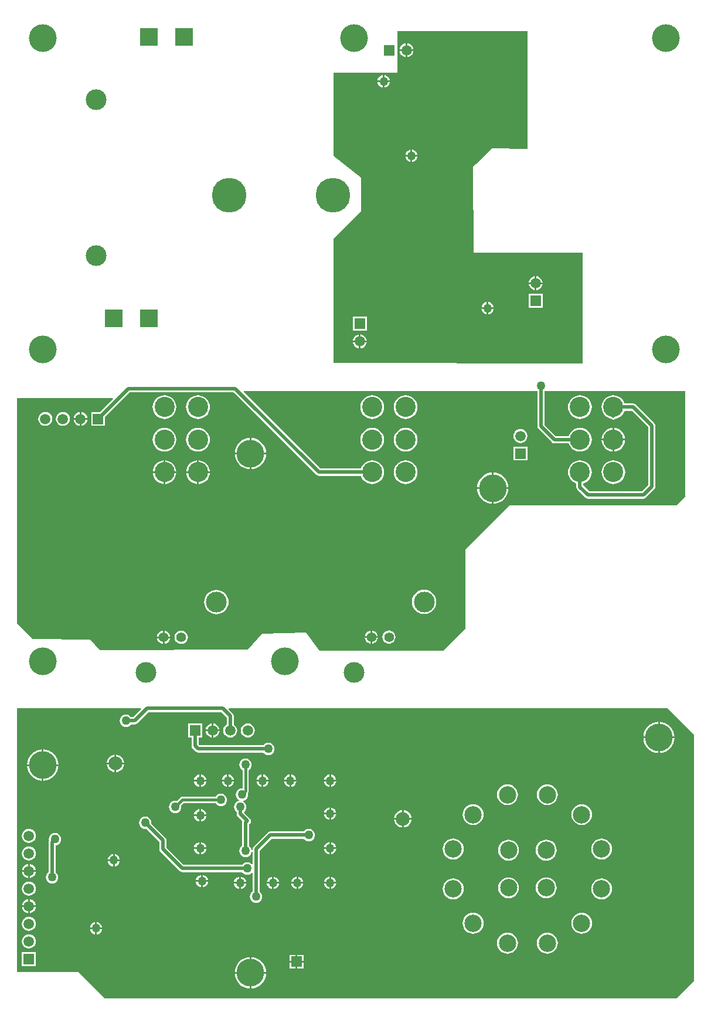
<source format=gbl>
G04*
G04 #@! TF.GenerationSoftware,Altium Limited,CircuitStudio,1.5.2 (30)*
G04*
G04 Layer_Physical_Order=2*
G04 Layer_Color=12500520*
%FSLAX25Y25*%
%MOIN*%
G70*
G01*
G75*
%ADD26C,0.02000*%
%ADD29C,0.01000*%
%ADD30C,0.01500*%
%ADD39R,0.05906X0.05906*%
%ADD40C,0.05906*%
%ADD41R,0.05906X0.05906*%
%ADD42C,0.11417*%
%ADD43C,0.11811*%
%ADD44C,0.05512*%
%ADD45C,0.15748*%
%ADD46R,0.09843X0.09843*%
%ADD47R,0.09843X0.09843*%
%ADD48C,0.19685*%
%ADD49C,0.09843*%
%ADD50C,0.07874*%
%ADD51C,0.05000*%
G36*
X384992Y290457D02*
X379969Y285433D01*
X284968D01*
X259992Y260457D01*
Y215457D01*
X247236Y202819D01*
X177157D01*
X169406Y212992D01*
X144488Y212598D01*
X136213Y203606D01*
X51968Y203150D01*
X46850Y209055D01*
X14119Y209330D01*
X4992Y218457D01*
Y346457D01*
X59455D01*
X59646Y345995D01*
X52250Y338598D01*
X47228D01*
Y330693D01*
X55134D01*
Y335715D01*
X69349Y349929D01*
X128187D01*
X175227Y302889D01*
X175889Y302447D01*
X176669Y302291D01*
X200636D01*
X200800Y301751D01*
X201423Y300586D01*
X202261Y299564D01*
X203282Y298726D01*
X204448Y298103D01*
X205712Y297719D01*
X207028Y297590D01*
X208343Y297719D01*
X209607Y298103D01*
X210773Y298726D01*
X211794Y299564D01*
X212633Y300586D01*
X213256Y301751D01*
X213639Y303016D01*
X213769Y304331D01*
X213639Y305646D01*
X213256Y306910D01*
X212633Y308076D01*
X211794Y309097D01*
X210773Y309936D01*
X209607Y310559D01*
X208343Y310942D01*
X207028Y311072D01*
X205712Y310942D01*
X204448Y310559D01*
X203282Y309936D01*
X202261Y309097D01*
X201423Y308076D01*
X200800Y306910D01*
X200636Y306370D01*
X177514D01*
X133889Y349995D01*
X134080Y350457D01*
X300961D01*
Y330465D01*
X301116Y329684D01*
X301558Y329023D01*
X309188Y321393D01*
X309850Y320951D01*
X310630Y320795D01*
X310630Y320795D01*
X318746D01*
X318910Y320255D01*
X319533Y319090D01*
X320371Y318068D01*
X321393Y317230D01*
X322558Y316607D01*
X323823Y316223D01*
X325138Y316093D01*
X326453Y316223D01*
X327717Y316607D01*
X328883Y317230D01*
X329905Y318068D01*
X330743Y319090D01*
X331366Y320255D01*
X331749Y321519D01*
X331879Y322835D01*
X331749Y324150D01*
X331366Y325414D01*
X330743Y326580D01*
X329905Y327601D01*
X328883Y328440D01*
X327717Y329063D01*
X326453Y329446D01*
X325138Y329576D01*
X323823Y329446D01*
X322558Y329063D01*
X321393Y328440D01*
X320371Y327601D01*
X319533Y326580D01*
X318910Y325414D01*
X318746Y324874D01*
X311475D01*
X305039Y331309D01*
Y350457D01*
X384992D01*
Y290457D01*
D02*
G37*
G36*
X390000Y155000D02*
Y15000D01*
X380000Y5000D01*
X55000D01*
X40000Y20000D01*
X5000D01*
Y170000D01*
X75463D01*
X75654Y169538D01*
X71155Y165039D01*
X69847D01*
X69496Y165496D01*
X68765Y166057D01*
X67914Y166410D01*
X67000Y166530D01*
X66086Y166410D01*
X65235Y166057D01*
X64504Y165496D01*
X63943Y164765D01*
X63590Y163914D01*
X63470Y163000D01*
X63590Y162086D01*
X63943Y161235D01*
X64504Y160504D01*
X65235Y159943D01*
X66086Y159590D01*
X67000Y159470D01*
X67914Y159590D01*
X68765Y159943D01*
X69496Y160504D01*
X69847Y160961D01*
X72000D01*
X72780Y161116D01*
X73442Y161558D01*
X79845Y167961D01*
X121155D01*
X124260Y164856D01*
Y160898D01*
X123480Y160300D01*
X122846Y159474D01*
X122448Y158512D01*
X122312Y157480D01*
X122448Y156448D01*
X122846Y155487D01*
X123480Y154661D01*
X124306Y154028D01*
X125267Y153629D01*
X126299Y153493D01*
X127331Y153629D01*
X128293Y154028D01*
X129118Y154661D01*
X129752Y155487D01*
X130150Y156448D01*
X130286Y157480D01*
X130150Y158512D01*
X129752Y159474D01*
X129118Y160300D01*
X128338Y160898D01*
Y165701D01*
X128183Y166481D01*
X127741Y167143D01*
X125346Y169538D01*
X125537Y170000D01*
X375000D01*
X390000Y155000D01*
D02*
G37*
G36*
X295276Y531496D02*
Y488545D01*
X294920Y488193D01*
X274938Y488438D01*
X266000Y479500D01*
X264500Y478000D01*
X264700Y429134D01*
X326772D01*
Y366496D01*
X326418Y366142D01*
X185000Y366404D01*
X185047Y437016D01*
X200787Y452756D01*
X200787Y471654D01*
X185039Y484252D01*
X185039Y531496D01*
X221457Y531496D01*
Y555118D01*
X295276D01*
Y531496D01*
D02*
G37*
%LPC*%
G36*
X182571Y90051D02*
X179606D01*
X179661Y89638D01*
X180014Y88786D01*
X180575Y88055D01*
X181306Y87494D01*
X182157Y87141D01*
X182571Y87087D01*
Y90051D01*
D02*
G37*
G36*
X109752Y94016D02*
Y91051D01*
X112716D01*
X112662Y91465D01*
X112309Y92316D01*
X111748Y93047D01*
X111017Y93608D01*
X110166Y93961D01*
X109752Y94016D01*
D02*
G37*
G36*
X108752D02*
X108338Y93961D01*
X107487Y93608D01*
X106756Y93047D01*
X106195Y92316D01*
X105842Y91465D01*
X105788Y91051D01*
X108752D01*
Y94016D01*
D02*
G37*
G36*
X186535Y90051D02*
X183571D01*
Y87087D01*
X183984Y87141D01*
X184836Y87494D01*
X185567Y88055D01*
X186128Y88786D01*
X186481Y89638D01*
X186535Y90051D01*
D02*
G37*
G36*
X229323Y106783D02*
X224909D01*
Y102370D01*
X225698Y102473D01*
X226899Y102971D01*
X227931Y103762D01*
X228722Y104794D01*
X229219Y105995D01*
X229323Y106783D01*
D02*
G37*
G36*
X264374Y115592D02*
X263213Y115477D01*
X262097Y115139D01*
X261068Y114589D01*
X260167Y113849D01*
X259427Y112947D01*
X258877Y111919D01*
X258538Y110802D01*
X258424Y109642D01*
X258538Y108481D01*
X258877Y107365D01*
X259427Y106336D01*
X260167Y105435D01*
X261068Y104695D01*
X262097Y104145D01*
X263213Y103806D01*
X264374Y103692D01*
X265535Y103806D01*
X266651Y104145D01*
X267680Y104695D01*
X268581Y105435D01*
X269321Y106336D01*
X269871Y107365D01*
X270210Y108481D01*
X270324Y109642D01*
X270210Y110802D01*
X269871Y111919D01*
X269321Y112947D01*
X268581Y113849D01*
X267680Y114589D01*
X266651Y115139D01*
X265535Y115477D01*
X264374Y115592D01*
D02*
G37*
G36*
X326177D02*
X325016Y115477D01*
X323900Y115139D01*
X322872Y114589D01*
X321970Y113849D01*
X321230Y112947D01*
X320680Y111919D01*
X320342Y110802D01*
X320227Y109642D01*
X320342Y108481D01*
X320680Y107365D01*
X321230Y106336D01*
X321970Y105435D01*
X322872Y104695D01*
X323900Y104145D01*
X325016Y103806D01*
X326177Y103692D01*
X327338Y103806D01*
X328454Y104145D01*
X329483Y104695D01*
X330384Y105435D01*
X331124Y106336D01*
X331674Y107365D01*
X332013Y108481D01*
X332127Y109642D01*
X332013Y110802D01*
X331674Y111919D01*
X331124Y112947D01*
X330384Y113849D01*
X329483Y114589D01*
X328454Y115139D01*
X327338Y115477D01*
X326177Y115592D01*
D02*
G37*
G36*
X223909Y106783D02*
X219496D01*
X219600Y105995D01*
X220097Y104794D01*
X220888Y103762D01*
X221920Y102971D01*
X223121Y102473D01*
X223909Y102370D01*
Y106783D01*
D02*
G37*
G36*
X182571Y94016D02*
X182157Y93961D01*
X181306Y93608D01*
X180575Y93047D01*
X180014Y92316D01*
X179661Y91465D01*
X179606Y91051D01*
X182571D01*
Y94016D01*
D02*
G37*
G36*
X183571D02*
Y91051D01*
X186535D01*
X186481Y91465D01*
X186128Y92316D01*
X185567Y93047D01*
X184836Y93608D01*
X183984Y93961D01*
X183571Y94016D01*
D02*
G37*
G36*
X11811Y101546D02*
X10779Y101410D01*
X9818Y101012D01*
X8992Y100378D01*
X8358Y99553D01*
X7960Y98591D01*
X7824Y97559D01*
X7960Y96527D01*
X8358Y95566D01*
X8992Y94740D01*
X9818Y94106D01*
X10779Y93708D01*
X11811Y93572D01*
X12843Y93708D01*
X13804Y94106D01*
X14630Y94740D01*
X15264Y95566D01*
X15662Y96527D01*
X15798Y97559D01*
X15662Y98591D01*
X15264Y99553D01*
X14630Y100378D01*
X13804Y101012D01*
X12843Y101410D01*
X11811Y101546D01*
D02*
G37*
G36*
X112716Y90051D02*
X109752D01*
Y87087D01*
X110166Y87141D01*
X111017Y87494D01*
X111748Y88055D01*
X112309Y88786D01*
X112662Y89638D01*
X112716Y90051D01*
D02*
G37*
G36*
X135000Y141530D02*
X134086Y141410D01*
X133235Y141057D01*
X132504Y140496D01*
X131943Y139765D01*
X131590Y138914D01*
X131470Y138000D01*
X131590Y137086D01*
X131943Y136235D01*
X132504Y135504D01*
X133216Y134958D01*
Y124719D01*
X133000Y124530D01*
X132086Y124410D01*
X131235Y124057D01*
X130504Y123496D01*
X129943Y122765D01*
X129590Y121914D01*
X129470Y121000D01*
X129590Y120086D01*
X129943Y119235D01*
X130504Y118504D01*
X131235Y117943D01*
X131251Y117936D01*
X131184Y117423D01*
X131086Y117410D01*
X130235Y117057D01*
X129504Y116496D01*
X128943Y115765D01*
X128590Y114914D01*
X128470Y114000D01*
X128590Y113086D01*
X128943Y112235D01*
X129504Y111504D01*
X129961Y111153D01*
Y110000D01*
X130116Y109220D01*
X130558Y108558D01*
X133204Y105912D01*
X133116Y105780D01*
X132961Y105000D01*
Y91847D01*
X132504Y91496D01*
X131943Y90765D01*
X131590Y89914D01*
X131470Y89000D01*
X131590Y88086D01*
X131943Y87235D01*
X132504Y86504D01*
X133235Y85943D01*
X134086Y85590D01*
X135000Y85470D01*
X135914Y85590D01*
X136765Y85943D01*
X137496Y86504D01*
X138057Y87235D01*
X138410Y88086D01*
X138461Y88473D01*
X138961Y88440D01*
Y81654D01*
X138713Y81570D01*
X138461Y81523D01*
X137765Y82057D01*
X136914Y82410D01*
X136000Y82530D01*
X135086Y82410D01*
X134235Y82057D01*
X133504Y81496D01*
X133153Y81039D01*
X99845D01*
X90039Y90845D01*
Y95000D01*
X90039Y95000D01*
X89884Y95780D01*
X89442Y96442D01*
X89442Y96442D01*
X81455Y104429D01*
X81530Y105000D01*
X81410Y105914D01*
X81057Y106765D01*
X80496Y107496D01*
X79765Y108057D01*
X78914Y108410D01*
X78000Y108530D01*
X77086Y108410D01*
X76235Y108057D01*
X75504Y107496D01*
X74943Y106765D01*
X74590Y105914D01*
X74470Y105000D01*
X74590Y104086D01*
X74943Y103235D01*
X75504Y102504D01*
X76235Y101943D01*
X77086Y101590D01*
X78000Y101470D01*
X78571Y101545D01*
X85961Y94155D01*
Y90000D01*
X86116Y89220D01*
X86558Y88558D01*
X97558Y77558D01*
X98220Y77116D01*
X99000Y76961D01*
X133153D01*
X133504Y76504D01*
X134235Y75943D01*
X135086Y75590D01*
X136000Y75470D01*
X136914Y75590D01*
X137765Y75943D01*
X138461Y76477D01*
X138713Y76430D01*
X138961Y76346D01*
Y65847D01*
X138504Y65496D01*
X137943Y64765D01*
X137590Y63914D01*
X137470Y63000D01*
X137590Y62086D01*
X137943Y61235D01*
X138504Y60504D01*
X139235Y59943D01*
X140086Y59590D01*
X141000Y59470D01*
X141914Y59590D01*
X142765Y59943D01*
X143496Y60504D01*
X144057Y61235D01*
X144410Y62086D01*
X144530Y63000D01*
X144410Y63914D01*
X144057Y64765D01*
X143496Y65496D01*
X143039Y65847D01*
Y89155D01*
X149845Y95961D01*
X168153D01*
X168504Y95504D01*
X169235Y94943D01*
X170086Y94590D01*
X171000Y94470D01*
X171914Y94590D01*
X172765Y94943D01*
X173496Y95504D01*
X174057Y96235D01*
X174410Y97086D01*
X174530Y98000D01*
X174410Y98914D01*
X174057Y99765D01*
X173496Y100496D01*
X172765Y101057D01*
X171914Y101410D01*
X171000Y101530D01*
X170086Y101410D01*
X169235Y101057D01*
X168504Y100496D01*
X168153Y100039D01*
X149000D01*
X148220Y99884D01*
X147558Y99442D01*
X139558Y91442D01*
X139116Y90780D01*
X138961Y90000D01*
Y89560D01*
X138461Y89527D01*
X138410Y89914D01*
X138057Y90765D01*
X137496Y91496D01*
X137039Y91847D01*
Y104155D01*
X137442Y104558D01*
X137884Y105220D01*
X138039Y106000D01*
X137884Y106780D01*
X137442Y107442D01*
X134173Y110711D01*
X134201Y111277D01*
X134496Y111504D01*
X135057Y112235D01*
X135410Y113086D01*
X135530Y114000D01*
X135410Y114914D01*
X135057Y115765D01*
X134496Y116496D01*
X133765Y117057D01*
X133749Y117064D01*
X133816Y117577D01*
X133914Y117590D01*
X134765Y117943D01*
X135496Y118504D01*
X136057Y119235D01*
X136410Y120086D01*
X136530Y121000D01*
X136410Y121914D01*
X136398Y121942D01*
X136455Y122028D01*
X136648Y122317D01*
X136784Y123000D01*
X136784Y123000D01*
Y134958D01*
X137496Y135504D01*
X138057Y136235D01*
X138410Y137086D01*
X138530Y138000D01*
X138410Y138914D01*
X138057Y139765D01*
X137496Y140496D01*
X136765Y141057D01*
X135914Y141410D01*
X135000Y141530D01*
D02*
G37*
G36*
X284559Y95407D02*
X283398Y95292D01*
X282282Y94954D01*
X281254Y94404D01*
X280352Y93664D01*
X279612Y92762D01*
X279062Y91734D01*
X278724Y90618D01*
X278609Y89457D01*
X278724Y88296D01*
X279062Y87180D01*
X279612Y86151D01*
X280352Y85250D01*
X281254Y84509D01*
X282282Y83960D01*
X283398Y83621D01*
X284559Y83507D01*
X285720Y83621D01*
X286836Y83960D01*
X287865Y84509D01*
X288766Y85250D01*
X289506Y86151D01*
X290056Y87180D01*
X290395Y88296D01*
X290509Y89457D01*
X290395Y90618D01*
X290056Y91734D01*
X289506Y92762D01*
X288766Y93664D01*
X287865Y94404D01*
X286836Y94954D01*
X285720Y95292D01*
X284559Y95407D01*
D02*
G37*
G36*
X305992D02*
X304831Y95292D01*
X303715Y94954D01*
X302687Y94404D01*
X301785Y93664D01*
X301045Y92762D01*
X300495Y91734D01*
X300157Y90618D01*
X300042Y89457D01*
X300157Y88296D01*
X300495Y87180D01*
X301045Y86151D01*
X301785Y85250D01*
X302687Y84509D01*
X303715Y83960D01*
X304831Y83621D01*
X305992Y83507D01*
X307153Y83621D01*
X308269Y83960D01*
X309298Y84509D01*
X310199Y85250D01*
X310939Y86151D01*
X311489Y87180D01*
X311828Y88296D01*
X311942Y89457D01*
X311828Y90618D01*
X311489Y91734D01*
X310939Y92762D01*
X310199Y93664D01*
X309298Y94404D01*
X308269Y94954D01*
X307153Y95292D01*
X305992Y95407D01*
D02*
G37*
G36*
X12311Y81480D02*
Y78059D01*
X15732D01*
X15662Y78591D01*
X15264Y79553D01*
X14630Y80378D01*
X13804Y81012D01*
X12843Y81410D01*
X12311Y81480D01*
D02*
G37*
G36*
X59539Y83161D02*
X56575D01*
X56630Y82748D01*
X56982Y81896D01*
X57543Y81165D01*
X58274Y80604D01*
X59126Y80251D01*
X59539Y80197D01*
Y83161D01*
D02*
G37*
G36*
X63504D02*
X60539D01*
Y80197D01*
X60953Y80251D01*
X61804Y80604D01*
X62536Y81165D01*
X63097Y81896D01*
X63449Y82748D01*
X63504Y83161D01*
D02*
G37*
G36*
X59539Y87126D02*
X59126Y87071D01*
X58274Y86719D01*
X57543Y86158D01*
X56982Y85426D01*
X56630Y84575D01*
X56575Y84161D01*
X59539D01*
Y87126D01*
D02*
G37*
G36*
X60539D02*
Y84161D01*
X63504D01*
X63449Y84575D01*
X63097Y85426D01*
X62536Y86158D01*
X61804Y86719D01*
X60953Y87071D01*
X60539Y87126D01*
D02*
G37*
G36*
X108752Y90051D02*
X105788D01*
X105842Y89638D01*
X106195Y88786D01*
X106756Y88055D01*
X107487Y87494D01*
X108338Y87141D01*
X108752Y87087D01*
Y90051D01*
D02*
G37*
G36*
X11811Y91546D02*
X10779Y91410D01*
X9818Y91012D01*
X8992Y90378D01*
X8358Y89552D01*
X7960Y88591D01*
X7824Y87559D01*
X7960Y86527D01*
X8358Y85566D01*
X8992Y84740D01*
X9818Y84106D01*
X10779Y83708D01*
X11811Y83572D01*
X12843Y83708D01*
X13804Y84106D01*
X14630Y84740D01*
X15264Y85566D01*
X15662Y86527D01*
X15798Y87559D01*
X15662Y88591D01*
X15264Y89552D01*
X14630Y90378D01*
X13804Y91012D01*
X12843Y91410D01*
X11811Y91546D01*
D02*
G37*
G36*
X253063Y96001D02*
X251902Y95887D01*
X250786Y95548D01*
X249757Y94998D01*
X248856Y94258D01*
X248116Y93357D01*
X247566Y92328D01*
X247227Y91212D01*
X247113Y90051D01*
X247227Y88890D01*
X247566Y87774D01*
X248116Y86746D01*
X248856Y85844D01*
X249757Y85104D01*
X250786Y84554D01*
X251902Y84216D01*
X253063Y84101D01*
X254224Y84216D01*
X255340Y84554D01*
X256369Y85104D01*
X257270Y85844D01*
X258010Y86746D01*
X258560Y87774D01*
X258899Y88890D01*
X259013Y90051D01*
X258899Y91212D01*
X258560Y92328D01*
X258010Y93357D01*
X257270Y94258D01*
X256369Y94998D01*
X255340Y95548D01*
X254224Y95887D01*
X253063Y96001D01*
D02*
G37*
G36*
X337488D02*
X336327Y95887D01*
X335211Y95548D01*
X334183Y94998D01*
X333281Y94258D01*
X332541Y93357D01*
X331991Y92328D01*
X331653Y91212D01*
X331538Y90051D01*
X331653Y88890D01*
X331991Y87774D01*
X332541Y86746D01*
X333281Y85844D01*
X334183Y85104D01*
X335211Y84554D01*
X336327Y84216D01*
X337488Y84101D01*
X338649Y84216D01*
X339765Y84554D01*
X340794Y85104D01*
X341695Y85844D01*
X342435Y86746D01*
X342985Y87774D01*
X343324Y88890D01*
X343438Y90051D01*
X343324Y91212D01*
X342985Y92328D01*
X342435Y93357D01*
X341695Y94258D01*
X340794Y94998D01*
X339765Y95548D01*
X338649Y95887D01*
X337488Y96001D01*
D02*
G37*
G36*
X108752Y108752D02*
X105788D01*
X105842Y108338D01*
X106195Y107487D01*
X106756Y106756D01*
X107487Y106195D01*
X108338Y105842D01*
X108752Y105788D01*
Y108752D01*
D02*
G37*
G36*
X144185Y128437D02*
X141221D01*
X141275Y128023D01*
X141628Y127172D01*
X142189Y126441D01*
X142920Y125880D01*
X143771Y125527D01*
X144185Y125473D01*
Y128437D01*
D02*
G37*
G36*
X148149D02*
X145185D01*
Y125473D01*
X145599Y125527D01*
X146450Y125880D01*
X147181Y126441D01*
X147742Y127172D01*
X148095Y128023D01*
X148149Y128437D01*
D02*
G37*
G36*
X159933D02*
X156969D01*
X157023Y128023D01*
X157376Y127172D01*
X157937Y126441D01*
X158668Y125880D01*
X159519Y125527D01*
X159933Y125473D01*
Y128437D01*
D02*
G37*
G36*
X112716D02*
X109752D01*
Y125473D01*
X110166Y125527D01*
X111017Y125880D01*
X111748Y126441D01*
X112309Y127172D01*
X112662Y128023D01*
X112716Y128437D01*
D02*
G37*
G36*
X124500D02*
X121536D01*
X121590Y128023D01*
X121943Y127172D01*
X122504Y126441D01*
X123235Y125880D01*
X124086Y125527D01*
X124500Y125473D01*
Y128437D01*
D02*
G37*
G36*
X128464D02*
X125500D01*
Y125473D01*
X125914Y125527D01*
X126765Y125880D01*
X127496Y126441D01*
X128057Y127172D01*
X128410Y128023D01*
X128464Y128437D01*
D02*
G37*
G36*
X19185Y137295D02*
X10817D01*
X10939Y136056D01*
X11447Y134383D01*
X12271Y132841D01*
X13380Y131490D01*
X14731Y130381D01*
X16273Y129557D01*
X17945Y129050D01*
X19185Y128928D01*
Y137295D01*
D02*
G37*
G36*
X28553D02*
X20185D01*
Y128928D01*
X21425Y129050D01*
X23097Y129557D01*
X24639Y130381D01*
X25990Y131490D01*
X27099Y132841D01*
X27923Y134383D01*
X28431Y136056D01*
X28553Y137295D01*
D02*
G37*
G36*
X108752Y132401D02*
X108338Y132347D01*
X107487Y131994D01*
X106756Y131433D01*
X106195Y130702D01*
X105842Y129851D01*
X105788Y129437D01*
X108752D01*
Y132401D01*
D02*
G37*
G36*
X163897Y128437D02*
X160933D01*
Y125473D01*
X161347Y125527D01*
X162198Y125880D01*
X162929Y126441D01*
X163490Y127172D01*
X163843Y128023D01*
X163897Y128437D01*
D02*
G37*
G36*
X182571D02*
X179606D01*
X179661Y128023D01*
X180014Y127172D01*
X180575Y126441D01*
X181306Y125880D01*
X182157Y125527D01*
X182571Y125473D01*
Y128437D01*
D02*
G37*
G36*
X186535D02*
X183571D01*
Y125473D01*
X183984Y125527D01*
X184836Y125880D01*
X185567Y126441D01*
X186128Y127172D01*
X186481Y128023D01*
X186535Y128437D01*
D02*
G37*
G36*
X108752D02*
X105788D01*
X105842Y128023D01*
X106195Y127172D01*
X106756Y126441D01*
X107487Y125880D01*
X108338Y125527D01*
X108752Y125473D01*
Y128437D01*
D02*
G37*
G36*
X223909Y112197D02*
X223121Y112093D01*
X221920Y111596D01*
X220888Y110805D01*
X220097Y109773D01*
X219600Y108572D01*
X219496Y107783D01*
X223909D01*
Y112197D01*
D02*
G37*
G36*
X224909D02*
Y107783D01*
X229323D01*
X229219Y108572D01*
X228722Y109773D01*
X227931Y110805D01*
X226899Y111596D01*
X225698Y112093D01*
X224909Y112197D01*
D02*
G37*
G36*
X108752Y112716D02*
X108338Y112662D01*
X107487Y112309D01*
X106756Y111748D01*
X106195Y111017D01*
X105842Y110166D01*
X105788Y109752D01*
X108752D01*
Y112716D01*
D02*
G37*
G36*
X112716Y108752D02*
X109752D01*
Y105788D01*
X110166Y105842D01*
X111017Y106195D01*
X111748Y106756D01*
X112309Y107487D01*
X112662Y108338D01*
X112716Y108752D01*
D02*
G37*
G36*
X182571Y109736D02*
X179606D01*
X179661Y109323D01*
X180014Y108471D01*
X180575Y107740D01*
X181306Y107179D01*
X182157Y106826D01*
X182571Y106772D01*
Y109736D01*
D02*
G37*
G36*
X186535D02*
X183571D01*
Y106772D01*
X183984Y106826D01*
X184836Y107179D01*
X185567Y107740D01*
X186128Y108471D01*
X186481Y109323D01*
X186535Y109736D01*
D02*
G37*
G36*
X283965Y126903D02*
X282804Y126788D01*
X281688Y126450D01*
X280659Y125900D01*
X279757Y125160D01*
X279017Y124258D01*
X278468Y123230D01*
X278129Y122114D01*
X278015Y120953D01*
X278129Y119792D01*
X278468Y118676D01*
X279017Y117647D01*
X279757Y116745D01*
X280659Y116006D01*
X281688Y115456D01*
X282804Y115117D01*
X283965Y115003D01*
X285125Y115117D01*
X286242Y115456D01*
X287270Y116006D01*
X288172Y116745D01*
X288912Y117647D01*
X289462Y118676D01*
X289800Y119792D01*
X289914Y120953D01*
X289800Y122114D01*
X289462Y123230D01*
X288912Y124258D01*
X288172Y125160D01*
X287270Y125900D01*
X286242Y126450D01*
X285125Y126788D01*
X283965Y126903D01*
D02*
G37*
G36*
X306587D02*
X305426Y126788D01*
X304310Y126450D01*
X303281Y125900D01*
X302379Y125160D01*
X301639Y124258D01*
X301090Y123230D01*
X300751Y122114D01*
X300637Y120953D01*
X300751Y119792D01*
X301090Y118676D01*
X301639Y117647D01*
X302379Y116745D01*
X303281Y116006D01*
X304310Y115456D01*
X305426Y115117D01*
X306587Y115003D01*
X307747Y115117D01*
X308863Y115456D01*
X309892Y116006D01*
X310794Y116745D01*
X311534Y117647D01*
X312084Y118676D01*
X312422Y119792D01*
X312537Y120953D01*
X312422Y122114D01*
X312084Y123230D01*
X311534Y124258D01*
X310794Y125160D01*
X309892Y125900D01*
X308863Y126450D01*
X307747Y126788D01*
X306587Y126903D01*
D02*
G37*
G36*
X121000Y121530D02*
X120086Y121410D01*
X119235Y121057D01*
X118504Y120496D01*
X117957Y119784D01*
X99000D01*
X98317Y119649D01*
X97738Y119262D01*
X97738Y119262D01*
X95890Y117413D01*
X95000Y117530D01*
X94086Y117410D01*
X93235Y117057D01*
X92504Y116496D01*
X91943Y115765D01*
X91590Y114914D01*
X91470Y114000D01*
X91590Y113086D01*
X91943Y112235D01*
X92504Y111504D01*
X93235Y110943D01*
X94086Y110590D01*
X95000Y110470D01*
X95914Y110590D01*
X96765Y110943D01*
X97496Y111504D01*
X98057Y112235D01*
X98410Y113086D01*
X98530Y114000D01*
X98413Y114890D01*
X99739Y116216D01*
X117957D01*
X118504Y115504D01*
X119235Y114943D01*
X120086Y114590D01*
X121000Y114470D01*
X121914Y114590D01*
X122765Y114943D01*
X123496Y115504D01*
X124057Y116235D01*
X124410Y117086D01*
X124530Y118000D01*
X124410Y118914D01*
X124057Y119765D01*
X123496Y120496D01*
X122765Y121057D01*
X121914Y121410D01*
X121000Y121530D01*
D02*
G37*
G36*
X109752Y112716D02*
Y109752D01*
X112716D01*
X112662Y110166D01*
X112309Y111017D01*
X111748Y111748D01*
X111017Y112309D01*
X110166Y112662D01*
X109752Y112716D01*
D02*
G37*
G36*
X182571Y113701D02*
X182157Y113646D01*
X181306Y113294D01*
X180575Y112732D01*
X180014Y112001D01*
X179661Y111150D01*
X179606Y110736D01*
X182571D01*
Y113701D01*
D02*
G37*
G36*
X183571D02*
Y110736D01*
X186535D01*
X186481Y111150D01*
X186128Y112001D01*
X185567Y112732D01*
X184836Y113294D01*
X183984Y113646D01*
X183571Y113701D01*
D02*
G37*
G36*
X11311Y81480D02*
X10779Y81410D01*
X9818Y81012D01*
X8992Y80378D01*
X8358Y79553D01*
X7960Y78591D01*
X7890Y78059D01*
X11311D01*
Y81480D01*
D02*
G37*
G36*
X11811Y51546D02*
X10779Y51410D01*
X9818Y51012D01*
X8992Y50378D01*
X8358Y49553D01*
X7960Y48591D01*
X7824Y47559D01*
X7960Y46527D01*
X8358Y45566D01*
X8992Y44740D01*
X9818Y44106D01*
X10779Y43708D01*
X11811Y43572D01*
X12843Y43708D01*
X13804Y44106D01*
X14630Y44740D01*
X15264Y45566D01*
X15662Y46527D01*
X15798Y47559D01*
X15662Y48591D01*
X15264Y49553D01*
X14630Y50378D01*
X13804Y51012D01*
X12843Y51410D01*
X11811Y51546D01*
D02*
G37*
G36*
X49500Y48464D02*
X49086Y48410D01*
X48235Y48057D01*
X47504Y47496D01*
X46943Y46765D01*
X46590Y45914D01*
X46536Y45500D01*
X49500D01*
Y48464D01*
D02*
G37*
G36*
X50500D02*
Y45500D01*
X53464D01*
X53410Y45914D01*
X53057Y46765D01*
X52496Y47496D01*
X51765Y48057D01*
X50914Y48410D01*
X50500Y48464D01*
D02*
G37*
G36*
X53464Y44500D02*
X50500D01*
Y41536D01*
X50914Y41590D01*
X51765Y41943D01*
X52496Y42504D01*
X53057Y43235D01*
X53410Y44086D01*
X53464Y44500D01*
D02*
G37*
G36*
X264374Y53789D02*
X263213Y53674D01*
X262097Y53336D01*
X261068Y52786D01*
X260167Y52046D01*
X259427Y51144D01*
X258877Y50116D01*
X258538Y48999D01*
X258424Y47839D01*
X258538Y46678D01*
X258877Y45562D01*
X259427Y44533D01*
X260167Y43631D01*
X261068Y42891D01*
X262097Y42342D01*
X263213Y42003D01*
X264374Y41889D01*
X265535Y42003D01*
X266651Y42342D01*
X267680Y42891D01*
X268581Y43631D01*
X269321Y44533D01*
X269871Y45562D01*
X270210Y46678D01*
X270324Y47839D01*
X270210Y48999D01*
X269871Y50116D01*
X269321Y51144D01*
X268581Y52046D01*
X267680Y52786D01*
X266651Y53336D01*
X265535Y53674D01*
X264374Y53789D01*
D02*
G37*
G36*
X326177D02*
X325016Y53674D01*
X323900Y53336D01*
X322872Y52786D01*
X321970Y52046D01*
X321230Y51144D01*
X320680Y50116D01*
X320342Y48999D01*
X320227Y47839D01*
X320342Y46678D01*
X320680Y45562D01*
X321230Y44533D01*
X321970Y43631D01*
X322872Y42891D01*
X323900Y42342D01*
X325016Y42003D01*
X326177Y41889D01*
X327338Y42003D01*
X328454Y42342D01*
X329483Y42891D01*
X330384Y43631D01*
X331124Y44533D01*
X331674Y45562D01*
X332013Y46678D01*
X332127Y47839D01*
X332013Y48999D01*
X331674Y50116D01*
X331124Y51144D01*
X330384Y52046D01*
X329483Y52786D01*
X328454Y53336D01*
X327338Y53674D01*
X326177Y53789D01*
D02*
G37*
G36*
X12311Y61480D02*
Y58059D01*
X15732D01*
X15662Y58591D01*
X15264Y59553D01*
X14630Y60378D01*
X13804Y61012D01*
X12843Y61410D01*
X12311Y61480D01*
D02*
G37*
G36*
X253063Y73379D02*
X251902Y73265D01*
X250786Y72926D01*
X249757Y72376D01*
X248856Y71636D01*
X248116Y70735D01*
X247566Y69706D01*
X247227Y68590D01*
X247113Y67429D01*
X247227Y66268D01*
X247566Y65152D01*
X248116Y64124D01*
X248856Y63222D01*
X249757Y62482D01*
X250786Y61932D01*
X251902Y61594D01*
X253063Y61479D01*
X254224Y61594D01*
X255340Y61932D01*
X256369Y62482D01*
X257270Y63222D01*
X258010Y64124D01*
X258560Y65152D01*
X258899Y66268D01*
X259013Y67429D01*
X258899Y68590D01*
X258560Y69706D01*
X258010Y70735D01*
X257270Y71636D01*
X256369Y72376D01*
X255340Y72926D01*
X254224Y73265D01*
X253063Y73379D01*
D02*
G37*
G36*
X337488D02*
X336327Y73265D01*
X335211Y72926D01*
X334183Y72376D01*
X333281Y71636D01*
X332541Y70735D01*
X331991Y69706D01*
X331653Y68590D01*
X331538Y67429D01*
X331653Y66268D01*
X331991Y65152D01*
X332541Y64124D01*
X333281Y63222D01*
X334183Y62482D01*
X335211Y61932D01*
X336327Y61594D01*
X337488Y61479D01*
X338649Y61594D01*
X339765Y61932D01*
X340794Y62482D01*
X341695Y63222D01*
X342435Y64124D01*
X342985Y65152D01*
X343324Y66268D01*
X343438Y67429D01*
X343324Y68590D01*
X342985Y69706D01*
X342435Y70735D01*
X341695Y71636D01*
X340794Y72376D01*
X339765Y72926D01*
X338649Y73265D01*
X337488Y73379D01*
D02*
G37*
G36*
X11311Y57059D02*
X7890D01*
X7960Y56527D01*
X8358Y55566D01*
X8992Y54740D01*
X9818Y54106D01*
X10779Y53708D01*
X11311Y53638D01*
Y57059D01*
D02*
G37*
G36*
X15732D02*
X12311D01*
Y53638D01*
X12843Y53708D01*
X13804Y54106D01*
X14630Y54740D01*
X15264Y55566D01*
X15662Y56527D01*
X15732Y57059D01*
D02*
G37*
G36*
X11311Y61480D02*
X10779Y61410D01*
X9818Y61012D01*
X8992Y60378D01*
X8358Y59553D01*
X7960Y58591D01*
X7890Y58059D01*
X11311D01*
Y61480D01*
D02*
G37*
G36*
X49500Y44500D02*
X46536D01*
X46590Y44086D01*
X46943Y43235D01*
X47504Y42504D01*
X48235Y41943D01*
X49086Y41590D01*
X49500Y41536D01*
Y44500D01*
D02*
G37*
G36*
X138295Y28553D02*
Y20185D01*
X146663D01*
X146541Y21425D01*
X146034Y23097D01*
X145209Y24639D01*
X144100Y25990D01*
X142749Y27099D01*
X141208Y27923D01*
X139535Y28431D01*
X138295Y28553D01*
D02*
G37*
G36*
X163500Y25500D02*
X160047D01*
Y22047D01*
X163500D01*
Y25500D01*
D02*
G37*
G36*
X167953D02*
X164500D01*
Y22047D01*
X167953D01*
Y25500D01*
D02*
G37*
G36*
X137295Y19185D02*
X128928D01*
X129050Y17945D01*
X129557Y16273D01*
X130381Y14731D01*
X131490Y13380D01*
X132841Y12271D01*
X134383Y11447D01*
X136056Y10939D01*
X137295Y10817D01*
Y19185D01*
D02*
G37*
G36*
X146663D02*
X138295D01*
Y10817D01*
X139535Y10939D01*
X141208Y11447D01*
X142749Y12271D01*
X144100Y13380D01*
X145209Y14731D01*
X146034Y16273D01*
X146541Y17945D01*
X146663Y19185D01*
D02*
G37*
G36*
X137295Y28553D02*
X136056Y28431D01*
X134383Y27923D01*
X132841Y27099D01*
X131490Y25990D01*
X130381Y24639D01*
X129557Y23097D01*
X129050Y21425D01*
X128928Y20185D01*
X137295D01*
Y28553D01*
D02*
G37*
G36*
X283965Y42478D02*
X282804Y42363D01*
X281688Y42025D01*
X280659Y41475D01*
X279757Y40735D01*
X279017Y39833D01*
X278468Y38805D01*
X278129Y37688D01*
X278015Y36528D01*
X278129Y35367D01*
X278468Y34251D01*
X279017Y33222D01*
X279757Y32320D01*
X280659Y31580D01*
X281688Y31031D01*
X282804Y30692D01*
X283965Y30578D01*
X285125Y30692D01*
X286242Y31031D01*
X287270Y31580D01*
X288172Y32320D01*
X288912Y33222D01*
X289462Y34251D01*
X289800Y35367D01*
X289914Y36528D01*
X289800Y37688D01*
X289462Y38805D01*
X288912Y39833D01*
X288172Y40735D01*
X287270Y41475D01*
X286242Y42025D01*
X285125Y42363D01*
X283965Y42478D01*
D02*
G37*
G36*
X306587D02*
X305426Y42363D01*
X304310Y42025D01*
X303281Y41475D01*
X302379Y40735D01*
X301639Y39833D01*
X301090Y38805D01*
X300751Y37688D01*
X300637Y36528D01*
X300751Y35367D01*
X301090Y34251D01*
X301639Y33222D01*
X302379Y32320D01*
X303281Y31580D01*
X304310Y31031D01*
X305426Y30692D01*
X306587Y30578D01*
X307747Y30692D01*
X308863Y31031D01*
X309892Y31580D01*
X310794Y32320D01*
X311534Y33222D01*
X312084Y34251D01*
X312422Y35367D01*
X312537Y36528D01*
X312422Y37688D01*
X312084Y38805D01*
X311534Y39833D01*
X310794Y40735D01*
X309892Y41475D01*
X308863Y42025D01*
X307747Y42363D01*
X306587Y42478D01*
D02*
G37*
G36*
X11811Y41546D02*
X10779Y41410D01*
X9818Y41012D01*
X8992Y40378D01*
X8358Y39553D01*
X7960Y38591D01*
X7824Y37559D01*
X7960Y36527D01*
X8358Y35566D01*
X8992Y34740D01*
X9818Y34106D01*
X10779Y33708D01*
X11811Y33572D01*
X12843Y33708D01*
X13804Y34106D01*
X14630Y34740D01*
X15264Y35566D01*
X15662Y36527D01*
X15798Y37559D01*
X15662Y38591D01*
X15264Y39553D01*
X14630Y40378D01*
X13804Y41012D01*
X12843Y41410D01*
X11811Y41546D01*
D02*
G37*
G36*
X15764Y31512D02*
X7858D01*
Y23606D01*
X15764D01*
Y31512D01*
D02*
G37*
G36*
X163500Y29953D02*
X160047D01*
Y26500D01*
X163500D01*
Y29953D01*
D02*
G37*
G36*
X167953D02*
X164500D01*
Y26500D01*
X167953D01*
Y29953D01*
D02*
G37*
G36*
X284559Y73974D02*
X283398Y73859D01*
X282282Y73521D01*
X281254Y72971D01*
X280352Y72231D01*
X279612Y71329D01*
X279062Y70301D01*
X278724Y69184D01*
X278609Y68024D01*
X278724Y66863D01*
X279062Y65747D01*
X279612Y64718D01*
X280352Y63816D01*
X281254Y63076D01*
X282282Y62527D01*
X283398Y62188D01*
X284559Y62074D01*
X285720Y62188D01*
X286836Y62527D01*
X287865Y63076D01*
X288766Y63816D01*
X289506Y64718D01*
X290056Y65747D01*
X290395Y66863D01*
X290509Y68024D01*
X290395Y69184D01*
X290056Y70301D01*
X289506Y71329D01*
X288766Y72231D01*
X287865Y72971D01*
X286836Y73521D01*
X285720Y73859D01*
X284559Y73974D01*
D02*
G37*
G36*
X151091Y74331D02*
Y71366D01*
X154055D01*
X154000Y71780D01*
X153648Y72631D01*
X153087Y73362D01*
X152356Y73923D01*
X151504Y74276D01*
X151091Y74331D01*
D02*
G37*
G36*
X163870D02*
X163456Y74276D01*
X162605Y73923D01*
X161874Y73362D01*
X161313Y72631D01*
X160960Y71780D01*
X160906Y71366D01*
X163870D01*
Y74331D01*
D02*
G37*
G36*
X164870D02*
Y71366D01*
X167834D01*
X167780Y71780D01*
X167427Y72631D01*
X166866Y73362D01*
X166135Y73923D01*
X165284Y74276D01*
X164870Y74331D01*
D02*
G37*
G36*
X131390D02*
X130976Y74276D01*
X130125Y73923D01*
X129393Y73362D01*
X128832Y72631D01*
X128480Y71780D01*
X128425Y71366D01*
X131390D01*
Y74331D01*
D02*
G37*
G36*
X132390D02*
Y71366D01*
X135354D01*
X135300Y71780D01*
X134947Y72631D01*
X134386Y73362D01*
X133655Y73923D01*
X132803Y74276D01*
X132390Y74331D01*
D02*
G37*
G36*
X150091D02*
X149677Y74276D01*
X148826Y73923D01*
X148094Y73362D01*
X147533Y72631D01*
X147181Y71780D01*
X147126Y71366D01*
X150091D01*
Y74331D01*
D02*
G37*
G36*
X110736Y75315D02*
Y72350D01*
X113701D01*
X113646Y72764D01*
X113294Y73615D01*
X112732Y74347D01*
X112001Y74908D01*
X111150Y75260D01*
X110736Y75315D01*
D02*
G37*
G36*
X15732Y77059D02*
X12311D01*
Y73638D01*
X12843Y73708D01*
X13804Y74106D01*
X14630Y74740D01*
X15264Y75566D01*
X15662Y76527D01*
X15732Y77059D01*
D02*
G37*
G36*
X11311D02*
X7890D01*
X7960Y76527D01*
X8358Y75566D01*
X8992Y74740D01*
X9818Y74106D01*
X10779Y73708D01*
X11311Y73638D01*
Y77059D01*
D02*
G37*
G36*
X182571Y74331D02*
X182157Y74276D01*
X181306Y73923D01*
X180575Y73362D01*
X180014Y72631D01*
X179661Y71780D01*
X179606Y71366D01*
X182571D01*
Y74331D01*
D02*
G37*
G36*
X183571D02*
Y71366D01*
X186535D01*
X186481Y71780D01*
X186128Y72631D01*
X185567Y73362D01*
X184836Y73923D01*
X183984Y74276D01*
X183571Y74331D01*
D02*
G37*
G36*
X109736Y75315D02*
X109323Y75260D01*
X108471Y74908D01*
X107740Y74347D01*
X107179Y73615D01*
X106826Y72764D01*
X106772Y72350D01*
X109736D01*
Y75315D01*
D02*
G37*
G36*
X26654Y99184D02*
X25740Y99063D01*
X24889Y98711D01*
X24157Y98150D01*
X23596Y97419D01*
X23244Y96567D01*
X23123Y95653D01*
X23218Y94933D01*
X23116Y94780D01*
X22961Y94000D01*
Y76847D01*
X22504Y76496D01*
X21943Y75765D01*
X21590Y74914D01*
X21470Y74000D01*
X21590Y73086D01*
X21943Y72235D01*
X22504Y71504D01*
X23235Y70943D01*
X24086Y70590D01*
X25000Y70470D01*
X25914Y70590D01*
X26765Y70943D01*
X27496Y71504D01*
X28057Y72235D01*
X28410Y73086D01*
X28530Y74000D01*
X28410Y74914D01*
X28057Y75765D01*
X27496Y76496D01*
X27039Y76847D01*
Y92174D01*
X27567Y92244D01*
X28419Y92596D01*
X29150Y93157D01*
X29711Y93888D01*
X30064Y94740D01*
X30184Y95653D01*
X30064Y96567D01*
X29711Y97419D01*
X29150Y98150D01*
X28419Y98711D01*
X27567Y99063D01*
X26654Y99184D01*
D02*
G37*
G36*
X135354Y70366D02*
X132390D01*
Y67402D01*
X132803Y67456D01*
X133655Y67809D01*
X134386Y68370D01*
X134947Y69101D01*
X135300Y69952D01*
X135354Y70366D01*
D02*
G37*
G36*
X150091D02*
X147126D01*
X147181Y69952D01*
X147533Y69101D01*
X148094Y68370D01*
X148826Y67809D01*
X149677Y67456D01*
X150091Y67402D01*
Y70366D01*
D02*
G37*
G36*
X154055D02*
X151091D01*
Y67402D01*
X151504Y67456D01*
X152356Y67809D01*
X153087Y68370D01*
X153648Y69101D01*
X154000Y69952D01*
X154055Y70366D01*
D02*
G37*
G36*
X305992Y73974D02*
X304831Y73859D01*
X303715Y73521D01*
X302687Y72971D01*
X301785Y72231D01*
X301045Y71329D01*
X300495Y70301D01*
X300157Y69184D01*
X300042Y68024D01*
X300157Y66863D01*
X300495Y65747D01*
X301045Y64718D01*
X301785Y63816D01*
X302687Y63076D01*
X303715Y62527D01*
X304831Y62188D01*
X305992Y62074D01*
X307153Y62188D01*
X308269Y62527D01*
X309298Y63076D01*
X310199Y63816D01*
X310939Y64718D01*
X311489Y65747D01*
X311828Y66863D01*
X311942Y68024D01*
X311828Y69184D01*
X311489Y70301D01*
X310939Y71329D01*
X310199Y72231D01*
X309298Y72971D01*
X308269Y73521D01*
X307153Y73859D01*
X305992Y73974D01*
D02*
G37*
G36*
X11811Y71546D02*
X10779Y71410D01*
X9818Y71012D01*
X8992Y70378D01*
X8358Y69552D01*
X7960Y68591D01*
X7824Y67559D01*
X7960Y66527D01*
X8358Y65566D01*
X8992Y64740D01*
X9818Y64106D01*
X10779Y63708D01*
X11811Y63572D01*
X12843Y63708D01*
X13804Y64106D01*
X14630Y64740D01*
X15264Y65566D01*
X15662Y66527D01*
X15798Y67559D01*
X15662Y68591D01*
X15264Y69552D01*
X14630Y70378D01*
X13804Y71012D01*
X12843Y71410D01*
X11811Y71546D01*
D02*
G37*
G36*
X131390Y70366D02*
X128425D01*
X128480Y69952D01*
X128832Y69101D01*
X129393Y68370D01*
X130125Y67809D01*
X130976Y67456D01*
X131390Y67402D01*
Y70366D01*
D02*
G37*
G36*
X186535D02*
X183571D01*
Y67402D01*
X183984Y67456D01*
X184836Y67809D01*
X185567Y68370D01*
X186128Y69101D01*
X186481Y69952D01*
X186535Y70366D01*
D02*
G37*
G36*
X109736Y71350D02*
X106772D01*
X106826Y70937D01*
X107179Y70085D01*
X107740Y69354D01*
X108471Y68793D01*
X109323Y68441D01*
X109736Y68386D01*
Y71350D01*
D02*
G37*
G36*
X113701D02*
X110736D01*
Y68386D01*
X111150Y68441D01*
X112001Y68793D01*
X112732Y69354D01*
X113294Y70085D01*
X113646Y70937D01*
X113701Y71350D01*
D02*
G37*
G36*
X163870Y70366D02*
X160906D01*
X160960Y69952D01*
X161313Y69101D01*
X161874Y68370D01*
X162605Y67809D01*
X163456Y67456D01*
X163870Y67402D01*
Y70366D01*
D02*
G37*
G36*
X167834D02*
X164870D01*
Y67402D01*
X165284Y67456D01*
X166135Y67809D01*
X166866Y68370D01*
X167427Y69101D01*
X167780Y69952D01*
X167834Y70366D01*
D02*
G37*
G36*
X182571D02*
X179606D01*
X179661Y69952D01*
X180014Y69101D01*
X180575Y68370D01*
X181306Y67809D01*
X182157Y67456D01*
X182571Y67402D01*
Y70366D01*
D02*
G37*
G36*
X109752Y132401D02*
Y129437D01*
X112716D01*
X112662Y129851D01*
X112309Y130702D01*
X111748Y131433D01*
X111017Y131994D01*
X110166Y132347D01*
X109752Y132401D01*
D02*
G37*
G36*
X40681Y334146D02*
X37260D01*
X37330Y333614D01*
X37728Y332652D01*
X38362Y331826D01*
X39188Y331193D01*
X40149Y330795D01*
X40681Y330725D01*
Y334146D01*
D02*
G37*
G36*
X45102D02*
X41681D01*
Y330725D01*
X42213Y330795D01*
X43174Y331193D01*
X44000Y331826D01*
X44634Y332652D01*
X45032Y333614D01*
X45102Y334146D01*
D02*
G37*
G36*
X88917Y348080D02*
X87602Y347950D01*
X86338Y347567D01*
X85172Y346944D01*
X84151Y346105D01*
X83312Y345084D01*
X82689Y343918D01*
X82306Y342654D01*
X82176Y341339D01*
X82306Y340023D01*
X82689Y338759D01*
X83312Y337593D01*
X84151Y336572D01*
X85172Y335734D01*
X86338Y335111D01*
X87602Y334727D01*
X88917Y334597D01*
X90232Y334727D01*
X91497Y335111D01*
X92663Y335734D01*
X93684Y336572D01*
X94522Y337593D01*
X95145Y338759D01*
X95529Y340023D01*
X95658Y341339D01*
X95529Y342654D01*
X95145Y343918D01*
X94522Y345084D01*
X93684Y346105D01*
X92663Y346944D01*
X91497Y347567D01*
X90232Y347950D01*
X88917Y348080D01*
D02*
G37*
G36*
X344654Y329526D02*
Y323335D01*
X350845D01*
X350765Y324150D01*
X350381Y325414D01*
X349759Y326580D01*
X348920Y327601D01*
X347899Y328440D01*
X346733Y329063D01*
X345469Y329446D01*
X344654Y329526D01*
D02*
G37*
G36*
X21181Y338632D02*
X20149Y338497D01*
X19188Y338098D01*
X18362Y337465D01*
X17728Y336639D01*
X17330Y335678D01*
X17194Y334646D01*
X17330Y333614D01*
X17728Y332652D01*
X18362Y331826D01*
X19188Y331193D01*
X20149Y330795D01*
X21181Y330659D01*
X22213Y330795D01*
X23175Y331193D01*
X24000Y331826D01*
X24634Y332652D01*
X25032Y333614D01*
X25168Y334646D01*
X25032Y335678D01*
X24634Y336639D01*
X24000Y337465D01*
X23175Y338098D01*
X22213Y338497D01*
X21181Y338632D01*
D02*
G37*
G36*
X31181D02*
X30149Y338497D01*
X29188Y338098D01*
X28362Y337465D01*
X27728Y336639D01*
X27330Y335678D01*
X27194Y334646D01*
X27330Y333614D01*
X27728Y332652D01*
X28362Y331826D01*
X29188Y331193D01*
X30149Y330795D01*
X31181Y330659D01*
X32213Y330795D01*
X33174Y331193D01*
X34000Y331826D01*
X34634Y332652D01*
X35032Y333614D01*
X35168Y334646D01*
X35032Y335678D01*
X34634Y336639D01*
X34000Y337465D01*
X33174Y338098D01*
X32213Y338497D01*
X31181Y338632D01*
D02*
G37*
G36*
X325138Y348080D02*
X323823Y347950D01*
X322558Y347567D01*
X321393Y346944D01*
X320371Y346105D01*
X319533Y345084D01*
X318910Y343918D01*
X318526Y342654D01*
X318397Y341339D01*
X318526Y340023D01*
X318910Y338759D01*
X319533Y337593D01*
X320371Y336572D01*
X321393Y335734D01*
X322558Y335111D01*
X323823Y334727D01*
X325138Y334597D01*
X326453Y334727D01*
X327717Y335111D01*
X328883Y335734D01*
X329905Y336572D01*
X330743Y337593D01*
X331366Y338759D01*
X331749Y340023D01*
X331879Y341339D01*
X331749Y342654D01*
X331366Y343918D01*
X330743Y345084D01*
X329905Y346105D01*
X328883Y346944D01*
X327717Y347567D01*
X326453Y347950D01*
X325138Y348080D01*
D02*
G37*
G36*
X40681Y338567D02*
X40149Y338497D01*
X39188Y338098D01*
X38362Y337465D01*
X37728Y336639D01*
X37330Y335678D01*
X37260Y335146D01*
X40681D01*
Y338567D01*
D02*
G37*
G36*
X41681D02*
Y335146D01*
X45102D01*
X45032Y335678D01*
X44634Y336639D01*
X44000Y337465D01*
X43174Y338098D01*
X42213Y338497D01*
X41681Y338567D01*
D02*
G37*
G36*
X107933Y348080D02*
X106618Y347950D01*
X105353Y347567D01*
X104188Y346944D01*
X103166Y346105D01*
X102328Y345084D01*
X101705Y343918D01*
X101321Y342654D01*
X101192Y341339D01*
X101321Y340023D01*
X101705Y338759D01*
X102328Y337593D01*
X103166Y336572D01*
X104188Y335734D01*
X105353Y335111D01*
X106618Y334727D01*
X107933Y334597D01*
X109248Y334727D01*
X110513Y335111D01*
X111678Y335734D01*
X112700Y336572D01*
X113538Y337593D01*
X114161Y338759D01*
X114545Y340023D01*
X114674Y341339D01*
X114545Y342654D01*
X114161Y343918D01*
X113538Y345084D01*
X112700Y346105D01*
X111678Y346944D01*
X110513Y347567D01*
X109248Y347950D01*
X107933Y348080D01*
D02*
G37*
G36*
X207028D02*
X205712Y347950D01*
X204448Y347567D01*
X203282Y346944D01*
X202261Y346105D01*
X201423Y345084D01*
X200800Y343918D01*
X200416Y342654D01*
X200286Y341339D01*
X200416Y340023D01*
X200800Y338759D01*
X201423Y337593D01*
X202261Y336572D01*
X203282Y335734D01*
X204448Y335111D01*
X205712Y334727D01*
X207028Y334597D01*
X208343Y334727D01*
X209607Y335111D01*
X210773Y335734D01*
X211794Y336572D01*
X212633Y337593D01*
X213256Y338759D01*
X213639Y340023D01*
X213769Y341339D01*
X213639Y342654D01*
X213256Y343918D01*
X212633Y345084D01*
X211794Y346105D01*
X210773Y346944D01*
X209607Y347567D01*
X208343Y347950D01*
X207028Y348080D01*
D02*
G37*
G36*
X226043D02*
X224728Y347950D01*
X223464Y347567D01*
X222298Y346944D01*
X221277Y346105D01*
X220438Y345084D01*
X219815Y343918D01*
X219432Y342654D01*
X219302Y341339D01*
X219432Y340023D01*
X219815Y338759D01*
X220438Y337593D01*
X221277Y336572D01*
X222298Y335734D01*
X223464Y335111D01*
X224728Y334727D01*
X226043Y334597D01*
X227358Y334727D01*
X228623Y335111D01*
X229788Y335734D01*
X230810Y336572D01*
X231648Y337593D01*
X232271Y338759D01*
X232655Y340023D01*
X232784Y341339D01*
X232655Y342654D01*
X232271Y343918D01*
X231648Y345084D01*
X230810Y346105D01*
X229788Y346944D01*
X228623Y347567D01*
X227358Y347950D01*
X226043Y348080D01*
D02*
G37*
G36*
X343653Y329526D02*
X342838Y329446D01*
X341574Y329063D01*
X340408Y328440D01*
X339387Y327601D01*
X338548Y326580D01*
X337926Y325414D01*
X337542Y324150D01*
X337462Y323335D01*
X343653D01*
Y329526D01*
D02*
G37*
G36*
X137295Y323828D02*
X136056Y323706D01*
X134383Y323199D01*
X132841Y322375D01*
X131490Y321266D01*
X130381Y319915D01*
X129557Y318373D01*
X129050Y316700D01*
X128928Y315461D01*
X137295D01*
Y323828D01*
D02*
G37*
G36*
X138295D02*
Y315461D01*
X146663D01*
X146541Y316700D01*
X146034Y318373D01*
X145209Y319915D01*
X144100Y321266D01*
X142749Y322375D01*
X141208Y323199D01*
X139535Y323706D01*
X138295Y323828D01*
D02*
G37*
G36*
X88917Y329576D02*
X87602Y329446D01*
X86338Y329063D01*
X85172Y328440D01*
X84151Y327601D01*
X83312Y326580D01*
X82689Y325414D01*
X82306Y324150D01*
X82176Y322835D01*
X82306Y321519D01*
X82689Y320255D01*
X83312Y319090D01*
X84151Y318068D01*
X85172Y317230D01*
X86338Y316607D01*
X87602Y316223D01*
X88917Y316093D01*
X90232Y316223D01*
X91497Y316607D01*
X92663Y317230D01*
X93684Y318068D01*
X94522Y319090D01*
X95145Y320255D01*
X95529Y321519D01*
X95658Y322835D01*
X95529Y324150D01*
X95145Y325414D01*
X94522Y326580D01*
X93684Y327601D01*
X92663Y328440D01*
X91497Y329063D01*
X90232Y329446D01*
X88917Y329576D01*
D02*
G37*
G36*
X137295Y314461D02*
X128928D01*
X129050Y313221D01*
X129557Y311548D01*
X130381Y310007D01*
X131490Y308655D01*
X132841Y307546D01*
X134383Y306722D01*
X136056Y306215D01*
X137295Y306093D01*
Y314461D01*
D02*
G37*
G36*
X146663D02*
X138295D01*
Y306093D01*
X139535Y306215D01*
X141208Y306722D01*
X142749Y307546D01*
X144100Y308655D01*
X145209Y310007D01*
X146034Y311548D01*
X146541Y313221D01*
X146663Y314461D01*
D02*
G37*
G36*
X295291Y318913D02*
X287386D01*
Y311008D01*
X295291D01*
Y318913D01*
D02*
G37*
G36*
X343653Y322335D02*
X337462D01*
X337542Y321519D01*
X337926Y320255D01*
X338548Y319090D01*
X339387Y318068D01*
X340408Y317230D01*
X341574Y316607D01*
X342838Y316223D01*
X343653Y316143D01*
Y322335D01*
D02*
G37*
G36*
X350845D02*
X344654D01*
Y316143D01*
X345469Y316223D01*
X346733Y316607D01*
X347899Y317230D01*
X348920Y318068D01*
X349759Y319090D01*
X350381Y320255D01*
X350765Y321519D01*
X350845Y322335D01*
D02*
G37*
G36*
X291339Y328947D02*
X290307Y328812D01*
X289345Y328413D01*
X288519Y327780D01*
X287886Y326954D01*
X287488Y325992D01*
X287352Y324961D01*
X287488Y323929D01*
X287886Y322967D01*
X288519Y322142D01*
X289345Y321508D01*
X290307Y321110D01*
X291339Y320974D01*
X292371Y321110D01*
X293332Y321508D01*
X294158Y322142D01*
X294791Y322967D01*
X295190Y323929D01*
X295325Y324961D01*
X295190Y325992D01*
X294791Y326954D01*
X294158Y327780D01*
X293332Y328413D01*
X292371Y328812D01*
X291339Y328947D01*
D02*
G37*
G36*
X107933Y329576D02*
X106618Y329446D01*
X105353Y329063D01*
X104188Y328440D01*
X103166Y327601D01*
X102328Y326580D01*
X101705Y325414D01*
X101321Y324150D01*
X101192Y322835D01*
X101321Y321519D01*
X101705Y320255D01*
X102328Y319090D01*
X103166Y318068D01*
X104188Y317230D01*
X105353Y316607D01*
X106618Y316223D01*
X107933Y316093D01*
X109248Y316223D01*
X110513Y316607D01*
X111678Y317230D01*
X112700Y318068D01*
X113538Y319090D01*
X114161Y320255D01*
X114545Y321519D01*
X114674Y322835D01*
X114545Y324150D01*
X114161Y325414D01*
X113538Y326580D01*
X112700Y327601D01*
X111678Y328440D01*
X110513Y329063D01*
X109248Y329446D01*
X107933Y329576D01*
D02*
G37*
G36*
X207028D02*
X205712Y329446D01*
X204448Y329063D01*
X203282Y328440D01*
X202261Y327601D01*
X201423Y326580D01*
X200800Y325414D01*
X200416Y324150D01*
X200286Y322835D01*
X200416Y321519D01*
X200800Y320255D01*
X201423Y319090D01*
X202261Y318068D01*
X203282Y317230D01*
X204448Y316607D01*
X205712Y316223D01*
X207028Y316093D01*
X208343Y316223D01*
X209607Y316607D01*
X210773Y317230D01*
X211794Y318068D01*
X212633Y319090D01*
X213256Y320255D01*
X213639Y321519D01*
X213769Y322835D01*
X213639Y324150D01*
X213256Y325414D01*
X212633Y326580D01*
X211794Y327601D01*
X210773Y328440D01*
X209607Y329063D01*
X208343Y329446D01*
X207028Y329576D01*
D02*
G37*
G36*
X226043D02*
X224728Y329446D01*
X223464Y329063D01*
X222298Y328440D01*
X221277Y327601D01*
X220438Y326580D01*
X219815Y325414D01*
X219432Y324150D01*
X219302Y322835D01*
X219432Y321519D01*
X219815Y320255D01*
X220438Y319090D01*
X221277Y318068D01*
X222298Y317230D01*
X223464Y316607D01*
X224728Y316223D01*
X226043Y316093D01*
X227358Y316223D01*
X228623Y316607D01*
X229788Y317230D01*
X230810Y318068D01*
X231648Y319090D01*
X232271Y320255D01*
X232655Y321519D01*
X232784Y322835D01*
X232655Y324150D01*
X232271Y325414D01*
X231648Y326580D01*
X230810Y327601D01*
X229788Y328440D01*
X228623Y329063D01*
X227358Y329446D01*
X226043Y329576D01*
D02*
G37*
G36*
X199500Y378260D02*
X196079D01*
X196149Y377728D01*
X196547Y376766D01*
X197181Y375941D01*
X198007Y375307D01*
X198968Y374909D01*
X199500Y374839D01*
Y378260D01*
D02*
G37*
G36*
X229831Y487716D02*
Y484752D01*
X232795D01*
X232741Y485166D01*
X232388Y486017D01*
X231827Y486748D01*
X231096Y487309D01*
X230244Y487662D01*
X229831Y487716D01*
D02*
G37*
G36*
X213083Y526075D02*
X210118D01*
X210173Y525661D01*
X210525Y524810D01*
X211087Y524079D01*
X211818Y523518D01*
X212669Y523165D01*
X213083Y523110D01*
Y526075D01*
D02*
G37*
G36*
X217047D02*
X214083D01*
Y523110D01*
X214496Y523165D01*
X215348Y523518D01*
X216079Y524079D01*
X216640Y524810D01*
X216993Y525661D01*
X217047Y526075D01*
D02*
G37*
G36*
X228831Y483752D02*
X225866D01*
X225921Y483338D01*
X226273Y482487D01*
X226835Y481756D01*
X227566Y481195D01*
X228417Y480842D01*
X228831Y480788D01*
Y483752D01*
D02*
G37*
G36*
X232795D02*
X229831D01*
Y480788D01*
X230244Y480842D01*
X231096Y481195D01*
X231827Y481756D01*
X232388Y482487D01*
X232741Y483338D01*
X232795Y483752D01*
D02*
G37*
G36*
X228831Y487716D02*
X228417Y487662D01*
X227566Y487309D01*
X226835Y486748D01*
X226273Y486017D01*
X225921Y485166D01*
X225866Y484752D01*
X228831D01*
Y487716D01*
D02*
G37*
G36*
X230456Y543791D02*
X227035D01*
Y540370D01*
X227567Y540440D01*
X228529Y540839D01*
X229355Y541472D01*
X229988Y542298D01*
X230386Y543259D01*
X230456Y543791D01*
D02*
G37*
G36*
X226035Y548212D02*
X225503Y548142D01*
X224542Y547744D01*
X223716Y547111D01*
X223083Y546285D01*
X222684Y545323D01*
X222614Y544791D01*
X226035D01*
Y548212D01*
D02*
G37*
G36*
X227035D02*
Y544791D01*
X230456D01*
X230386Y545323D01*
X229988Y546285D01*
X229355Y547111D01*
X228529Y547744D01*
X227567Y548142D01*
X227035Y548212D01*
D02*
G37*
G36*
X213083Y530039D02*
X212669Y529985D01*
X211818Y529632D01*
X211087Y529071D01*
X210525Y528340D01*
X210173Y527489D01*
X210118Y527075D01*
X213083D01*
Y530039D01*
D02*
G37*
G36*
X214083D02*
Y527075D01*
X217047D01*
X216993Y527489D01*
X216640Y528340D01*
X216079Y529071D01*
X215348Y529632D01*
X214496Y529985D01*
X214083Y530039D01*
D02*
G37*
G36*
X226035Y543791D02*
X222614D01*
X222684Y543259D01*
X223083Y542298D01*
X223716Y541472D01*
X224542Y540839D01*
X225503Y540440D01*
X226035Y540370D01*
Y543791D01*
D02*
G37*
G36*
X300500Y415732D02*
Y412311D01*
X303921D01*
X303851Y412843D01*
X303453Y413804D01*
X302819Y414630D01*
X301993Y415264D01*
X301032Y415662D01*
X300500Y415732D01*
D02*
G37*
G36*
X203953Y392713D02*
X196047D01*
Y384807D01*
X203953D01*
Y392713D01*
D02*
G37*
G36*
X272138Y397138D02*
X269173D01*
X269228Y396724D01*
X269581Y395873D01*
X270142Y395142D01*
X270873Y394581D01*
X271724Y394228D01*
X272138Y394173D01*
Y397138D01*
D02*
G37*
G36*
X276102D02*
X273138D01*
Y394173D01*
X273552Y394228D01*
X274403Y394581D01*
X275134Y395142D01*
X275695Y395873D01*
X276048Y396724D01*
X276102Y397138D01*
D02*
G37*
G36*
X203921Y378260D02*
X200500D01*
Y374839D01*
X201032Y374909D01*
X201993Y375307D01*
X202819Y375941D01*
X203453Y376766D01*
X203851Y377728D01*
X203921Y378260D01*
D02*
G37*
G36*
X199500Y382681D02*
X198968Y382611D01*
X198007Y382213D01*
X197181Y381579D01*
X196547Y380753D01*
X196149Y379792D01*
X196079Y379260D01*
X199500D01*
Y382681D01*
D02*
G37*
G36*
X200500D02*
Y379260D01*
X203921D01*
X203851Y379792D01*
X203453Y380753D01*
X202819Y381579D01*
X201993Y382213D01*
X201032Y382611D01*
X200500Y382681D01*
D02*
G37*
G36*
X299500Y411311D02*
X296079D01*
X296149Y410779D01*
X296547Y409818D01*
X297181Y408992D01*
X298007Y408358D01*
X298968Y407960D01*
X299500Y407890D01*
Y411311D01*
D02*
G37*
G36*
X303921D02*
X300500D01*
Y407890D01*
X301032Y407960D01*
X301993Y408358D01*
X302819Y408992D01*
X303453Y409818D01*
X303851Y410779D01*
X303921Y411311D01*
D02*
G37*
G36*
X299500Y415732D02*
X298968Y415662D01*
X298007Y415264D01*
X297181Y414630D01*
X296547Y413804D01*
X296149Y412843D01*
X296079Y412311D01*
X299500D01*
Y415732D01*
D02*
G37*
G36*
X303953Y405764D02*
X296047D01*
Y397858D01*
X303953D01*
Y405764D01*
D02*
G37*
G36*
X272138Y401102D02*
X271724Y401048D01*
X270873Y400695D01*
X270142Y400134D01*
X269581Y399403D01*
X269228Y398552D01*
X269173Y398138D01*
X272138D01*
Y401102D01*
D02*
G37*
G36*
X273138D02*
Y398138D01*
X276102D01*
X276048Y398552D01*
X275695Y399403D01*
X275134Y400134D01*
X274403Y400695D01*
X273552Y401048D01*
X273138Y401102D01*
D02*
G37*
G36*
X378946Y153043D02*
X370579D01*
Y144676D01*
X371818Y144798D01*
X373491Y145305D01*
X375033Y146129D01*
X376384Y147238D01*
X377493Y148589D01*
X378317Y150131D01*
X378824Y151804D01*
X378946Y153043D01*
D02*
G37*
G36*
X136299Y161467D02*
X135267Y161331D01*
X134306Y160933D01*
X133480Y160300D01*
X132846Y159474D01*
X132448Y158512D01*
X132312Y157480D01*
X132448Y156448D01*
X132846Y155487D01*
X133480Y154661D01*
X134306Y154028D01*
X135267Y153629D01*
X136299Y153493D01*
X137331Y153629D01*
X138293Y154028D01*
X139118Y154661D01*
X139752Y155487D01*
X140150Y156448D01*
X140286Y157480D01*
X140150Y158512D01*
X139752Y159474D01*
X139118Y160300D01*
X138293Y160933D01*
X137331Y161331D01*
X136299Y161467D01*
D02*
G37*
G36*
X115799Y156980D02*
X112378D01*
X112448Y156448D01*
X112847Y155487D01*
X113480Y154661D01*
X114306Y154028D01*
X115267Y153629D01*
X115799Y153559D01*
Y156980D01*
D02*
G37*
G36*
X61524Y143693D02*
Y139279D01*
X65937D01*
X65834Y140068D01*
X65336Y141269D01*
X64545Y142301D01*
X63513Y143092D01*
X62312Y143589D01*
X61524Y143693D01*
D02*
G37*
G36*
X110252Y161433D02*
X102347D01*
Y153528D01*
X104260D01*
Y148701D01*
X104415Y147920D01*
X104857Y147259D01*
X106558Y145558D01*
X107220Y145116D01*
X108000Y144961D01*
X145153D01*
X145504Y144504D01*
X146235Y143943D01*
X147086Y143590D01*
X148000Y143470D01*
X148914Y143590D01*
X149765Y143943D01*
X150496Y144504D01*
X151057Y145235D01*
X151410Y146086D01*
X151530Y147000D01*
X151410Y147914D01*
X151057Y148765D01*
X150496Y149496D01*
X149765Y150057D01*
X148914Y150410D01*
X148000Y150530D01*
X147086Y150410D01*
X146235Y150057D01*
X145504Y149496D01*
X145153Y149039D01*
X108845D01*
X108338Y149546D01*
Y153528D01*
X110252D01*
Y161433D01*
D02*
G37*
G36*
X369579Y153043D02*
X361211D01*
X361333Y151804D01*
X361841Y150131D01*
X362665Y148589D01*
X363773Y147238D01*
X365125Y146129D01*
X366666Y145305D01*
X368339Y144798D01*
X369579Y144676D01*
Y153043D01*
D02*
G37*
G36*
X115799Y161401D02*
X115267Y161331D01*
X114306Y160933D01*
X113480Y160300D01*
X112847Y159474D01*
X112448Y158512D01*
X112378Y157980D01*
X115799D01*
Y161401D01*
D02*
G37*
G36*
X116799D02*
Y157980D01*
X120220D01*
X120150Y158512D01*
X119752Y159474D01*
X119118Y160300D01*
X118293Y160933D01*
X117331Y161331D01*
X116799Y161401D01*
D02*
G37*
G36*
X98425Y214261D02*
X97445Y214132D01*
X96531Y213753D01*
X95746Y213151D01*
X95144Y212367D01*
X94766Y211453D01*
X94637Y210472D01*
X94766Y209492D01*
X95144Y208578D01*
X95746Y207794D01*
X96531Y207192D01*
X97445Y206813D01*
X98425Y206684D01*
X99406Y206813D01*
X100319Y207192D01*
X101104Y207794D01*
X101706Y208578D01*
X102084Y209492D01*
X102214Y210472D01*
X102084Y211453D01*
X101706Y212367D01*
X101104Y213151D01*
X100319Y213753D01*
X99406Y214132D01*
X98425Y214261D01*
D02*
G37*
G36*
X120220Y156980D02*
X116799D01*
Y153559D01*
X117331Y153629D01*
X118293Y154028D01*
X119118Y154661D01*
X119752Y155487D01*
X120150Y156448D01*
X120220Y156980D01*
D02*
G37*
G36*
X369579Y162411D02*
X368339Y162289D01*
X366666Y161782D01*
X365125Y160958D01*
X363773Y159849D01*
X362665Y158497D01*
X361841Y156956D01*
X361333Y155283D01*
X361211Y154043D01*
X369579D01*
Y162411D01*
D02*
G37*
G36*
X370579D02*
Y154043D01*
X378946D01*
X378824Y155283D01*
X378317Y156956D01*
X377493Y158497D01*
X376384Y159849D01*
X375033Y160958D01*
X373491Y161782D01*
X371818Y162289D01*
X370579Y162411D01*
D02*
G37*
G36*
X60524Y143693D02*
X59735Y143589D01*
X58534Y143092D01*
X57503Y142301D01*
X56711Y141269D01*
X56214Y140068D01*
X56110Y139279D01*
X60524D01*
Y143693D01*
D02*
G37*
G36*
X145185Y132401D02*
Y129437D01*
X148149D01*
X148095Y129851D01*
X147742Y130702D01*
X147181Y131433D01*
X146450Y131994D01*
X145599Y132347D01*
X145185Y132401D01*
D02*
G37*
G36*
X159933D02*
X159519Y132347D01*
X158668Y131994D01*
X157937Y131433D01*
X157376Y130702D01*
X157023Y129851D01*
X156969Y129437D01*
X159933D01*
Y132401D01*
D02*
G37*
G36*
X160933D02*
Y129437D01*
X163897D01*
X163843Y129851D01*
X163490Y130702D01*
X162929Y131433D01*
X162198Y131994D01*
X161347Y132347D01*
X160933Y132401D01*
D02*
G37*
G36*
X124500D02*
X124086Y132347D01*
X123235Y131994D01*
X122504Y131433D01*
X121943Y130702D01*
X121590Y129851D01*
X121536Y129437D01*
X124500D01*
Y132401D01*
D02*
G37*
G36*
X125500D02*
Y129437D01*
X128464D01*
X128410Y129851D01*
X128057Y130702D01*
X127496Y131433D01*
X126765Y131994D01*
X125914Y132347D01*
X125500Y132401D01*
D02*
G37*
G36*
X144185D02*
X143771Y132347D01*
X142920Y131994D01*
X142189Y131433D01*
X141628Y130702D01*
X141275Y129851D01*
X141221Y129437D01*
X144185D01*
Y132401D01*
D02*
G37*
G36*
X65937Y138279D02*
X61524D01*
Y133866D01*
X62312Y133970D01*
X63513Y134467D01*
X64545Y135258D01*
X65336Y136290D01*
X65834Y137491D01*
X65937Y138279D01*
D02*
G37*
G36*
X19185Y146663D02*
X17945Y146541D01*
X16273Y146034D01*
X14731Y145209D01*
X13380Y144100D01*
X12271Y142749D01*
X11447Y141208D01*
X10939Y139535D01*
X10817Y138295D01*
X19185D01*
Y146663D01*
D02*
G37*
G36*
X20185D02*
Y138295D01*
X28553D01*
X28431Y139535D01*
X27923Y141208D01*
X27099Y142749D01*
X25990Y144100D01*
X24639Y145209D01*
X23097Y146034D01*
X21425Y146541D01*
X20185Y146663D01*
D02*
G37*
G36*
X182571Y132401D02*
X182157Y132347D01*
X181306Y131994D01*
X180575Y131433D01*
X180014Y130702D01*
X179661Y129851D01*
X179606Y129437D01*
X182571D01*
Y132401D01*
D02*
G37*
G36*
X183571D02*
Y129437D01*
X186535D01*
X186481Y129851D01*
X186128Y130702D01*
X185567Y131433D01*
X184836Y131994D01*
X183984Y132347D01*
X183571Y132401D01*
D02*
G37*
G36*
X60524Y138279D02*
X56110D01*
X56214Y137491D01*
X56711Y136290D01*
X57503Y135258D01*
X58534Y134467D01*
X59735Y133970D01*
X60524Y133866D01*
Y138279D01*
D02*
G37*
G36*
X87925Y209972D02*
X84703D01*
X84766Y209492D01*
X85144Y208578D01*
X85747Y207794D01*
X86531Y207192D01*
X87445Y206813D01*
X87925Y206750D01*
Y209972D01*
D02*
G37*
G36*
X344153Y311072D02*
X342838Y310942D01*
X341574Y310559D01*
X340408Y309936D01*
X339387Y309097D01*
X338548Y308076D01*
X337926Y306910D01*
X337542Y305646D01*
X337412Y304331D01*
X337542Y303016D01*
X337926Y301751D01*
X338548Y300586D01*
X339387Y299564D01*
X340408Y298726D01*
X341574Y298103D01*
X342838Y297719D01*
X344153Y297590D01*
X345469Y297719D01*
X346733Y298103D01*
X347899Y298726D01*
X348920Y299564D01*
X349759Y300586D01*
X350381Y301751D01*
X350765Y303016D01*
X350895Y304331D01*
X350765Y305646D01*
X350381Y306910D01*
X349759Y308076D01*
X348920Y309097D01*
X347899Y309936D01*
X346733Y310559D01*
X345469Y310942D01*
X344153Y311072D01*
D02*
G37*
G36*
X88417Y303831D02*
X82226D01*
X82306Y303016D01*
X82689Y301751D01*
X83312Y300586D01*
X84151Y299564D01*
X85172Y298726D01*
X86338Y298103D01*
X87602Y297719D01*
X88417Y297639D01*
Y303831D01*
D02*
G37*
G36*
X95609D02*
X89417D01*
Y297639D01*
X90232Y297719D01*
X91497Y298103D01*
X92663Y298726D01*
X93684Y299564D01*
X94522Y300586D01*
X95145Y301751D01*
X95529Y303016D01*
X95609Y303831D01*
D02*
G37*
G36*
X275091Y304143D02*
X273851Y304021D01*
X272178Y303514D01*
X270637Y302690D01*
X269285Y301581D01*
X268176Y300230D01*
X267352Y298688D01*
X266845Y297015D01*
X266723Y295776D01*
X275091D01*
Y304143D01*
D02*
G37*
G36*
X276091D02*
Y295776D01*
X284458D01*
X284336Y297015D01*
X283829Y298688D01*
X283005Y300230D01*
X281896Y301581D01*
X280544Y302690D01*
X279003Y303514D01*
X277330Y304021D01*
X276091Y304143D01*
D02*
G37*
G36*
X226043Y311072D02*
X224728Y310942D01*
X223464Y310559D01*
X222298Y309936D01*
X221277Y309097D01*
X220438Y308076D01*
X219815Y306910D01*
X219432Y305646D01*
X219302Y304331D01*
X219432Y303016D01*
X219815Y301751D01*
X220438Y300586D01*
X221277Y299564D01*
X222298Y298726D01*
X223464Y298103D01*
X224728Y297719D01*
X226043Y297590D01*
X227358Y297719D01*
X228623Y298103D01*
X229788Y298726D01*
X230810Y299564D01*
X231648Y300586D01*
X232271Y301751D01*
X232655Y303016D01*
X232784Y304331D01*
X232655Y305646D01*
X232271Y306910D01*
X231648Y308076D01*
X230810Y309097D01*
X229788Y309936D01*
X228623Y310559D01*
X227358Y310942D01*
X226043Y311072D01*
D02*
G37*
G36*
X89417Y311023D02*
Y304831D01*
X95609D01*
X95529Y305646D01*
X95145Y306910D01*
X94522Y308076D01*
X93684Y309097D01*
X92663Y309936D01*
X91497Y310559D01*
X90232Y310942D01*
X89417Y311023D01*
D02*
G37*
G36*
X107433D02*
X106618Y310942D01*
X105353Y310559D01*
X104188Y309936D01*
X103166Y309097D01*
X102328Y308076D01*
X101705Y306910D01*
X101321Y305646D01*
X101241Y304831D01*
X107433D01*
Y311023D01*
D02*
G37*
G36*
X108433D02*
Y304831D01*
X114625D01*
X114545Y305646D01*
X114161Y306910D01*
X113538Y308076D01*
X112700Y309097D01*
X111678Y309936D01*
X110513Y310559D01*
X109248Y310942D01*
X108433Y311023D01*
D02*
G37*
G36*
X107433Y303831D02*
X101241D01*
X101321Y303016D01*
X101705Y301751D01*
X102328Y300586D01*
X103166Y299564D01*
X104188Y298726D01*
X105353Y298103D01*
X106618Y297719D01*
X107433Y297639D01*
Y303831D01*
D02*
G37*
G36*
X114625D02*
X108433D01*
Y297639D01*
X109248Y297719D01*
X110513Y298103D01*
X111678Y298726D01*
X112700Y299564D01*
X113538Y300586D01*
X114161Y301751D01*
X114545Y303016D01*
X114625Y303831D01*
D02*
G37*
G36*
X88417Y311023D02*
X87602Y310942D01*
X86338Y310559D01*
X85172Y309936D01*
X84151Y309097D01*
X83312Y308076D01*
X82689Y306910D01*
X82306Y305646D01*
X82226Y304831D01*
X88417D01*
Y311023D01*
D02*
G37*
G36*
X344153Y348080D02*
X342838Y347950D01*
X341574Y347567D01*
X340408Y346944D01*
X339387Y346105D01*
X338548Y345084D01*
X337926Y343918D01*
X337542Y342654D01*
X337412Y341339D01*
X337542Y340023D01*
X337926Y338759D01*
X338548Y337593D01*
X339387Y336572D01*
X340408Y335734D01*
X341574Y335111D01*
X342747Y334755D01*
X343373Y334336D01*
X344153Y334181D01*
X344934Y334336D01*
X345560Y334755D01*
X346733Y335111D01*
X347899Y335734D01*
X348920Y336572D01*
X349759Y337593D01*
X350381Y338759D01*
X350546Y339299D01*
X354667D01*
X363961Y330006D01*
Y296963D01*
X360376Y293378D01*
X330569D01*
X327177Y296770D01*
Y297939D01*
X327717Y298103D01*
X328883Y298726D01*
X329905Y299564D01*
X330743Y300586D01*
X331366Y301751D01*
X331749Y303016D01*
X331879Y304331D01*
X331749Y305646D01*
X331366Y306910D01*
X330743Y308076D01*
X329905Y309097D01*
X328883Y309936D01*
X327717Y310559D01*
X326453Y310942D01*
X325138Y311072D01*
X323823Y310942D01*
X322558Y310559D01*
X321393Y309936D01*
X320371Y309097D01*
X319533Y308076D01*
X318910Y306910D01*
X318526Y305646D01*
X318397Y304331D01*
X318526Y303016D01*
X318910Y301751D01*
X319533Y300586D01*
X320371Y299564D01*
X321393Y298726D01*
X322558Y298103D01*
X323099Y297939D01*
Y295925D01*
X323254Y295145D01*
X323696Y294483D01*
X328282Y289897D01*
X328944Y289455D01*
X329724Y289299D01*
X329725Y289299D01*
X361221D01*
X362001Y289455D01*
X362662Y289897D01*
X367442Y294676D01*
X367884Y295338D01*
X368039Y296118D01*
X368039Y296118D01*
Y330850D01*
X368039Y330850D01*
X367884Y331631D01*
X367442Y332292D01*
X356954Y342780D01*
X356292Y343222D01*
X355512Y343378D01*
X350546D01*
X350381Y343918D01*
X349759Y345084D01*
X348920Y346105D01*
X347899Y346944D01*
X346733Y347567D01*
X345469Y347950D01*
X344153Y348080D01*
D02*
G37*
G36*
X210258Y210130D02*
X207035D01*
Y206907D01*
X207516Y206971D01*
X208430Y207349D01*
X209214Y207951D01*
X209816Y208736D01*
X210195Y209649D01*
X210258Y210130D01*
D02*
G37*
G36*
X87925Y214195D02*
X87445Y214132D01*
X86531Y213753D01*
X85747Y213151D01*
X85144Y212367D01*
X84766Y211453D01*
X84703Y210972D01*
X87925D01*
Y214195D01*
D02*
G37*
G36*
X88925D02*
Y210972D01*
X92148D01*
X92084Y211453D01*
X91706Y212367D01*
X91104Y213151D01*
X90319Y213753D01*
X89406Y214132D01*
X88925Y214195D01*
D02*
G37*
G36*
X92148Y209972D02*
X88925D01*
Y206750D01*
X89406Y206813D01*
X90319Y207192D01*
X91104Y207794D01*
X91706Y208578D01*
X92084Y209492D01*
X92148Y209972D01*
D02*
G37*
G36*
X216535Y214418D02*
X215555Y214289D01*
X214641Y213911D01*
X213857Y213309D01*
X213255Y212524D01*
X212876Y211610D01*
X212747Y210630D01*
X212876Y209649D01*
X213255Y208736D01*
X213857Y207951D01*
X214641Y207349D01*
X215555Y206971D01*
X216535Y206842D01*
X217516Y206971D01*
X218430Y207349D01*
X219214Y207951D01*
X219816Y208736D01*
X220195Y209649D01*
X220324Y210630D01*
X220195Y211610D01*
X219816Y212524D01*
X219214Y213309D01*
X218430Y213911D01*
X217516Y214289D01*
X216535Y214418D01*
D02*
G37*
G36*
X206035Y210130D02*
X202813D01*
X202876Y209649D01*
X203255Y208736D01*
X203857Y207951D01*
X204641Y207349D01*
X205555Y206971D01*
X206035Y206907D01*
Y210130D01*
D02*
G37*
G36*
X236535Y237569D02*
X235182Y237436D01*
X233880Y237041D01*
X232680Y236399D01*
X231629Y235537D01*
X230766Y234485D01*
X230125Y233285D01*
X229730Y231984D01*
X229596Y230630D01*
X229730Y229276D01*
X230125Y227975D01*
X230766Y226775D01*
X231629Y225723D01*
X232680Y224860D01*
X233880Y224219D01*
X235182Y223824D01*
X236535Y223691D01*
X237889Y223824D01*
X239191Y224219D01*
X240390Y224860D01*
X241442Y225723D01*
X242305Y226775D01*
X242946Y227975D01*
X243341Y229276D01*
X243474Y230630D01*
X243341Y231984D01*
X242946Y233285D01*
X242305Y234485D01*
X241442Y235537D01*
X240390Y236399D01*
X239191Y237041D01*
X237889Y237436D01*
X236535Y237569D01*
D02*
G37*
G36*
X275091Y294776D02*
X266723D01*
X266845Y293536D01*
X267352Y291863D01*
X268176Y290322D01*
X269285Y288970D01*
X270637Y287861D01*
X272178Y287037D01*
X273851Y286530D01*
X275091Y286408D01*
Y294776D01*
D02*
G37*
G36*
X284458D02*
X276091D01*
Y286408D01*
X277330Y286530D01*
X279003Y287037D01*
X280544Y287861D01*
X281896Y288970D01*
X283005Y290322D01*
X283829Y291863D01*
X284336Y293536D01*
X284458Y294776D01*
D02*
G37*
G36*
X206035Y214352D02*
X205555Y214289D01*
X204641Y213911D01*
X203857Y213309D01*
X203255Y212524D01*
X202876Y211610D01*
X202813Y211130D01*
X206035D01*
Y214352D01*
D02*
G37*
G36*
X207035D02*
Y211130D01*
X210258D01*
X210195Y211610D01*
X209816Y212524D01*
X209214Y213309D01*
X208430Y213911D01*
X207516Y214289D01*
X207035Y214352D01*
D02*
G37*
G36*
X118425Y237411D02*
X117071Y237278D01*
X115770Y236883D01*
X114570Y236242D01*
X113519Y235379D01*
X112656Y234328D01*
X112014Y233128D01*
X111620Y231826D01*
X111486Y230472D01*
X111620Y229119D01*
X112014Y227817D01*
X112656Y226617D01*
X113519Y225566D01*
X114570Y224703D01*
X115770Y224062D01*
X117071Y223667D01*
X118425Y223534D01*
X119779Y223667D01*
X121081Y224062D01*
X122280Y224703D01*
X123332Y225566D01*
X124195Y226617D01*
X124836Y227817D01*
X125231Y229119D01*
X125364Y230472D01*
X125231Y231826D01*
X124836Y233128D01*
X124195Y234328D01*
X123332Y235379D01*
X122280Y236242D01*
X121081Y236883D01*
X119779Y237278D01*
X118425Y237411D01*
D02*
G37*
%LPD*%
D26*
X361221Y291339D02*
X366000Y296118D01*
X329724Y291339D02*
X361221D01*
X325138Y295925D02*
X329724Y291339D01*
X366000Y296118D02*
Y330850D01*
X325138Y295925D02*
Y304331D01*
X345276Y341339D02*
X355512D01*
X344153Y340216D02*
X345276Y341339D01*
X344153Y336221D02*
Y340216D01*
X355512Y341339D02*
X366000Y330850D01*
X310630Y322835D02*
X325138D01*
X303000Y330465D02*
X310630Y322835D01*
X303000Y330465D02*
Y353331D01*
X176669Y304331D02*
X207028D01*
X129032Y351969D02*
X176669Y304331D01*
X68504Y351969D02*
X129032D01*
X51181Y334646D02*
X68504Y351969D01*
X99000Y79000D02*
X136000D01*
X25000Y74000D02*
Y94000D01*
X26654Y95653D01*
X135000Y89000D02*
Y105000D01*
X136000Y106000D01*
X88000Y90000D02*
X99000Y79000D01*
X88000Y90000D02*
Y95000D01*
X78000Y105000D02*
X88000Y95000D01*
X108000Y147000D02*
X148000D01*
X106299Y148701D02*
X108000Y147000D01*
X106299Y148701D02*
Y157480D01*
X141000Y63000D02*
Y90000D01*
X149000Y98000D01*
X171000D01*
X132000Y110000D02*
Y114000D01*
Y110000D02*
X136000Y106000D01*
X79000Y170000D02*
X122000D01*
X126299Y165701D01*
Y157480D02*
Y165701D01*
X67000Y163000D02*
X72000D01*
X79000Y170000D01*
D29*
X133000Y120000D02*
Y121000D01*
D30*
X95000Y114000D02*
X99000Y118000D01*
X121000D01*
X133000Y121000D02*
X135000Y123000D01*
Y138000D01*
D39*
X216535Y544291D02*
D03*
X106299Y157480D02*
D03*
X51181Y334646D02*
D03*
D40*
X226535Y544291D02*
D03*
X11811Y37559D02*
D03*
Y47559D02*
D03*
Y57559D02*
D03*
Y67559D02*
D03*
Y77559D02*
D03*
Y87559D02*
D03*
Y97559D02*
D03*
X116299Y157480D02*
D03*
X126299D02*
D03*
X136299D02*
D03*
X300000Y411811D02*
D03*
X291339Y324961D02*
D03*
X41181Y334646D02*
D03*
X31181D02*
D03*
X21181D02*
D03*
X200000Y378760D02*
D03*
D41*
X11811Y27559D02*
D03*
X164000Y26000D02*
D03*
X300000Y401811D02*
D03*
X291339Y314961D02*
D03*
X200000Y388760D02*
D03*
D42*
X226043Y341339D02*
D03*
Y322835D02*
D03*
Y304331D02*
D03*
X207028Y341339D02*
D03*
Y322835D02*
D03*
Y304331D02*
D03*
X88917D02*
D03*
Y322835D02*
D03*
Y341339D02*
D03*
X107933Y304331D02*
D03*
Y322835D02*
D03*
Y341339D02*
D03*
X344153D02*
D03*
Y322835D02*
D03*
Y304331D02*
D03*
X325138Y341339D02*
D03*
Y322835D02*
D03*
Y304331D02*
D03*
D43*
X196535Y190630D02*
D03*
X236535Y230630D02*
D03*
X118425Y230472D02*
D03*
X78425Y190472D02*
D03*
X50000Y516102D02*
D03*
Y427520D02*
D03*
D44*
X206535Y210630D02*
D03*
X216535D02*
D03*
X98425Y210472D02*
D03*
X88425D02*
D03*
D45*
X275590Y295276D02*
D03*
X157480Y196850D02*
D03*
X137795Y314961D02*
D03*
X19685Y137795D02*
D03*
X137795Y19685D02*
D03*
X19685Y196850D02*
D03*
X370079Y153543D02*
D03*
X196850Y551181D02*
D03*
X374016Y374016D02*
D03*
Y551181D02*
D03*
X19685Y374016D02*
D03*
Y551181D02*
D03*
D46*
X80000Y391811D02*
D03*
X60000D02*
D03*
D47*
X100000Y551811D02*
D03*
X80000D02*
D03*
D48*
X184772Y461811D02*
D03*
X125716D02*
D03*
D49*
X284559Y89457D02*
D03*
X305992Y68024D02*
D03*
Y89457D02*
D03*
X253063Y90051D02*
D03*
X264374Y109642D02*
D03*
X283965Y120953D02*
D03*
X306587D02*
D03*
X326177Y109642D02*
D03*
X337488Y90051D02*
D03*
Y67429D02*
D03*
X326177Y47839D02*
D03*
X306587Y36528D02*
D03*
X283965D02*
D03*
X264374Y47839D02*
D03*
X253063Y67429D02*
D03*
X284559Y68024D02*
D03*
D50*
X61024Y138779D02*
D03*
X224410Y107283D02*
D03*
D51*
X272638Y397638D02*
D03*
X229331Y484252D02*
D03*
X213583Y526575D02*
D03*
X60039Y83661D02*
D03*
X50000Y45000D02*
D03*
X121000Y118000D02*
D03*
X25000Y74000D02*
D03*
X26654Y95653D02*
D03*
X135000Y89000D02*
D03*
X136000Y79000D02*
D03*
X78000Y105000D02*
D03*
X148000Y147000D02*
D03*
X141000Y63000D02*
D03*
X171000Y98000D02*
D03*
X132000Y114000D02*
D03*
X133000Y121000D02*
D03*
X135000Y138000D02*
D03*
X95000Y114000D02*
D03*
X303000Y353331D02*
D03*
X67000Y163000D02*
D03*
X144685Y128937D02*
D03*
X160433D02*
D03*
X183071D02*
D03*
X125000D02*
D03*
X109252D02*
D03*
Y109252D02*
D03*
X110236Y71850D02*
D03*
X109252Y90551D02*
D03*
X183071D02*
D03*
Y70866D02*
D03*
X164370D02*
D03*
X131890D02*
D03*
X150591D02*
D03*
X183071Y110236D02*
D03*
M02*

</source>
